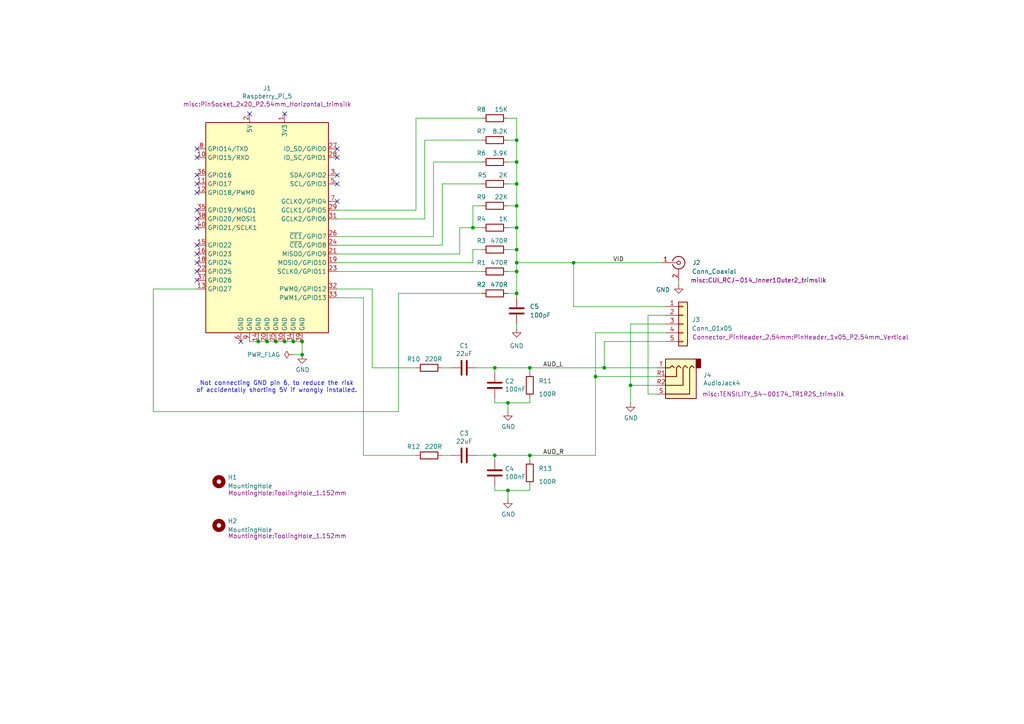
<source format=kicad_sch>
(kicad_sch (version 20250114) (generator "eeschema") (generator_version "9.0")
  (paper "A4")
  (title_block (title "Passive A/V out example circuit for Raspberry Pi 5 series") (date "2025-10-25") (rev "2"))
  (lib_symbols
    (symbol "Connector:Conn_Coaxial" (pin_names (offset 1.016) (hide yes))
      (property "Reference" "J" (at 0.254 3.048 0))
      (property "Value" "Conn_Coaxial" (at 2.921 0 90))
      (symbol "Conn_Coaxial_0_1"
        (polyline (pts (xy -2.54 0) (xy -0.508 0)))
        (arc (start 1.778 0) (mid 0.222 -1.8079) (end -1.778 -0.508) (stroke (width 0.254)))
        (arc (start -1.778 0.508) (mid 0.2221 1.8084) (end 1.778 0) (stroke (width 0.254)))
        (circle (center 0 0) (radius 0.508) (stroke (width 0.2032)))
        (polyline (pts (xy 0 -2.54) (xy 0 -1.778)))
      )
      (symbol "Conn_Coaxial_1_1"
        (pin passive line (at -5.08 0 0) (length 2.54) (name "In") (number "1"))
        (pin passive line (at 0 -5.08 90) (length 2.54) (name "Ext") (number "2"))
      )
    )
    (symbol "Connector_Audio:AudioJack4"
      (property "Reference" "J" (at 0 8.89 0))
      (property "Value" "AudioJack4" (at 0 6.35 0))
      (symbol "AudioJack4_0_1"
        (rectangle (start -6.35 -5.08) (end -7.62 -7.62) (stroke (width 0.254)) (fill (type outline)))
        (polyline (pts (xy -5.715 -5.08) (xy -5.08 -5.715) (xy -4.445 -5.08) (xy -4.445 2.54) (xy 2.54 2.54)) (stroke (width 0.254)))
        (polyline (pts (xy -1.905 -5.08) (xy -1.27 -5.715) (xy -0.635 -5.08) (xy -0.635 -2.54) (xy 2.54 -2.54)) (stroke (width 0.254)))
        (polyline (pts (xy 0 -5.08) (xy 0.635 -5.715) (xy 1.27 -5.08) (xy 2.54 -5.08)) (stroke (width 0.254)))
        (rectangle (start 2.54 3.81) (end -6.35 -7.62) (stroke (width 0.254)) (fill (type background)))
        (polyline (pts (xy 2.54 0) (xy -2.54 0) (xy -2.54 -5.08) (xy -3.175 -5.715) (xy -3.81 -5.08)) (stroke (width 0.254)))
      )
      (symbol "AudioJack4_1_1"
        (pin passive line (at 5.08 2.54 180) (length 2.54) (name "~") (number "S"))
        (pin passive line (at 5.08 0 180) (length 2.54) (name "~") (number "R2"))
        (pin passive line (at 5.08 -2.54 180) (length 2.54) (name "~") (number "R1"))
        (pin passive line (at 5.08 -5.08 180) (length 2.54) (name "~") (number "T"))
      )
    )
    (symbol "Connector_Generic:Conn_01x05" (pin_names (offset 1.016) (hide yes))
      (property "Reference" "J" (at 0 7.62 0))
      (property "Value" "Conn_01x05" (at 0 -7.62 0))
      (symbol "Conn_01x05_1_1"
        (rectangle (start -1.27 6.35) (end 1.27 -6.35) (stroke (width 0.254)) (fill (type background)))
        (rectangle (start -1.27 5.207) (end 0 4.953) (stroke (width 0.1524)))
        (rectangle (start -1.27 2.667) (end 0 2.413) (stroke (width 0.1524)))
        (rectangle (start -1.27 0.127) (end 0 -0.127) (stroke (width 0.1524)))
        (rectangle (start -1.27 -2.413) (end 0 -2.667) (stroke (width 0.1524)))
        (rectangle (start -1.27 -4.953) (end 0 -5.207) (stroke (width 0.1524)))
        (pin passive line (at -5.08 5.08 0) (length 3.81) (name "Pin_1") (number "1"))
        (pin passive line (at -5.08 2.54 0) (length 3.81) (name "Pin_2") (number "2"))
        (pin passive line (at -5.08 0 0) (length 3.81) (name "Pin_3") (number "3"))
        (pin passive line (at -5.08 -2.54 0) (length 3.81) (name "Pin_4") (number "4"))
        (pin passive line (at -5.08 -5.08 0) (length 3.81) (name "Pin_5") (number "5"))
      )
    )
    (symbol "Device:C" (pin_numbers (hide yes)) (pin_names (offset 0.254))
      (property "Reference" "C" (at 0.635 2.54 0))
      (property "Value" "C" (at 0.635 -2.54 0))
      (symbol "C_0_1"
        (polyline (pts (xy -2.032 0.762) (xy 2.032 0.762)) (stroke (width 0.508)))
        (polyline (pts (xy -2.032 -0.762) (xy 2.032 -0.762)) (stroke (width 0.508)))
      )
      (symbol "C_1_1"
        (pin passive line (at 0 3.81 270) (length 2.794) (name "~") (number "1"))
        (pin passive line (at 0 -3.81 90) (length 2.794) (name "~") (number "2"))
      )
    )
    (symbol "Device:R" (pin_numbers (hide yes)) (pin_names (offset 0))
      (property "Reference" "R" (at 2.032 0 90))
      (property "Value" "R" (at 0 0 90))
      (symbol "R_0_1"
        (rectangle (start -1.016 -2.54) (end 1.016 2.54) (stroke (width 0.254)))
      )
      (symbol "R_1_1"
        (pin passive line (at 0 3.81 270) (length 1.27) (name "~") (number "1"))
        (pin passive line (at 0 -3.81 90) (length 1.27) (name "~") (number "2"))
      )
    )
    (symbol "Mechanical:MountingHole" (pin_names (offset 1.016)) (in_bom no)
      (property "Reference" "H" (at 0 5.08 0))
      (property "Value" "MountingHole" (at 0 3.175 0))
      (symbol "MountingHole_0_1"
        (circle (center 0 0) (radius 1.27) (stroke (width 1.27)))
      )
    )
    (symbol "misc:Raspberry_Pi_separateGNDpins"
      (property "Reference" "J1" (at 0 39.9034 0))
      (property "Value" "Raspberry_Pi_5" (at 0 37.592 0))
      (property "Footprint" "misc:PinSocket_2x20_P2.54mm_Horizontal_trimsilk" (at 0 35.2806 0))
      (symbol "Raspberry_Pi_separateGNDpins_0_1"
        (rectangle (start -17.78 30.48) (end 17.78 -30.48) (stroke (width 0.254)) (fill (type background)))
      )
      (symbol "Raspberry_Pi_separateGNDpins_1_1"
        (pin bidirectional line (at -20.32 22.86 0) (length 2.54) (name "GPIO14/TXD") (number "8"))
        (pin bidirectional line (at -20.32 20.32 0) (length 2.54) (name "GPIO15/RXD") (number "10"))
        (pin bidirectional line (at -20.32 15.24 0) (length 2.54) (name "GPIO16") (number "36"))
        (pin bidirectional line (at -20.32 12.7 0) (length 2.54) (name "GPIO17") (number "11"))
        (pin bidirectional line (at -20.32 10.16 0) (length 2.54) (name "GPIO18/PWM0") (number "12"))
        (pin bidirectional line (at -20.32 5.08 0) (length 2.54) (name "GPIO19/MISO1") (number "35"))
        (pin bidirectional line (at -20.32 2.54 0) (length 2.54) (name "GPIO20/MOSI1") (number "38"))
        (pin bidirectional line (at -20.32 0 0) (length 2.54) (name "GPIO21/SCLK1") (number "40"))
        (pin bidirectional line (at -20.32 -5.08 0) (length 2.54) (name "GPIO22") (number "15"))
        (pin bidirectional line (at -20.32 -7.62 0) (length 2.54) (name "GPIO23") (number "16"))
        (pin bidirectional line (at -20.32 -10.16 0) (length 2.54) (name "GPIO24") (number "18"))
        (pin bidirectional line (at -20.32 -12.7 0) (length 2.54) (name "GPIO25") (number "22"))
        (pin bidirectional line (at -20.32 -15.24 0) (length 2.54) (name "GPIO26") (number "37"))
        (pin bidirectional line (at -20.32 -17.78 0) (length 2.54) (name "GPIO27") (number "13"))
        (pin power_in line (at -7.62 -33.02 90) (length 2.54) (name "GND") (number "6"))
        (pin power_in line (at -5.08 33.02 270) (length 2.54) (name "5V") (number "2"))
        (pin passive line (at -5.08 33.02 270) (length 2.54) (hide yes) (name "5V") (number "4"))
        (pin power_in line (at -5.08 -33.02 90) (length 2.54) (name "GND") (number "9"))
        (pin power_in line (at -2.54 -33.02 90) (length 2.54) (name "GND") (number "14"))
        (pin power_in line (at 0 -33.02 90) (length 2.54) (name "GND") (number "20"))
        (pin power_in line (at 2.54 -33.02 90) (length 2.54) (name "GND") (number "25"))
        (pin power_in line (at 5.08 33.02 270) (length 2.54) (name "3V3") (number "1"))
        (pin passive line (at 5.08 33.02 270) (length 2.54) (hide yes) (name "3V3") (number "17"))
        (pin power_in line (at 5.08 -33.02 90) (length 2.54) (name "GND") (number "30"))
        (pin power_in line (at 7.62 -33.02 90) (length 2.54) (name "GND") (number "34"))
        (pin power_in line (at 10.16 -33.02 90) (length 2.54) (name "GND") (number "39"))
        (pin bidirectional line (at 20.32 22.86 180) (length 2.54) (name "ID_SD/GPIO0") (number "27"))
        (pin bidirectional line (at 20.32 20.32 180) (length 2.54) (name "ID_SC/GPIO1") (number "28"))
        (pin bidirectional line (at 20.32 15.24 180) (length 2.54) (name "SDA/GPIO2") (number "3"))
        (pin bidirectional line (at 20.32 12.7 180) (length 2.54) (name "SCL/GPIO3") (number "5"))
        (pin bidirectional line (at 20.32 7.62 180) (length 2.54) (name "GCLK0/GPIO4") (number "7"))
        (pin bidirectional line (at 20.32 5.08 180) (length 2.54) (name "GCLK1/GPIO5") (number "29"))
        (pin bidirectional line (at 20.32 2.54 180) (length 2.54) (name "GCLK2/GPIO6") (number "31"))
        (pin bidirectional line (at 20.32 -2.54 180) (length 2.54) (name "~{CE1}/GPIO7") (number "26"))
        (pin bidirectional line (at 20.32 -5.08 180) (length 2.54) (name "~{CE0}/GPIO8") (number "24"))
        (pin bidirectional line (at 20.32 -7.62 180) (length 2.54) (name "MISO0/GPIO9") (number "21"))
        (pin bidirectional line (at 20.32 -10.16 180) (length 2.54) (name "MOSI0/GPIO10") (number "19"))
        (pin bidirectional line (at 20.32 -12.7 180) (length 2.54) (name "SCLK0/GPIO11") (number "23"))
        (pin bidirectional line (at 20.32 -17.78 180) (length 2.54) (name "PWM0/GPIO12") (number "32"))
        (pin bidirectional line (at 20.32 -20.32 180) (length 2.54) (name "PWM1/GPIO13") (number "33"))
      )
    )
    (symbol "power:GND" (power) (pin_numbers (hide yes)) (pin_names (offset 0) (hide yes))
      (property "Value" "GND" (at 0 -3.81 0))
      (symbol "GND_0_1"
        (polyline (pts (xy 0 0) (xy 0 -1.27) (xy 1.27 -1.27) (xy 0 -2.54) (xy -1.27 -1.27) (xy 0 -1.27)))
      )
      (symbol "GND_1_1"
        (pin power_in line (at 0 0 270) (length 0) (name "~") (number "1"))
      )
    )
    (symbol "power:PWR_FLAG" (power) (pin_numbers (hide yes)) (pin_names (offset 0) (hide yes))
      (property "Value" "PWR_FLAG" (at 0 3.81 0))
      (symbol "PWR_FLAG_0_0"
        (pin power_out line (at 0 0 90) (length 0) (name "~") (number "1"))
      )
      (symbol "PWR_FLAG_0_1"
        (polyline (pts (xy 0 0) (xy 0 1.27) (xy -1.016 1.905) (xy 0 2.54) (xy 1.016 1.905) (xy 0 1.27)))
      )
    )
  )
  (text "Not connecting GND pin 6, to reduce the risk\nof accidentally shorting 5V if wrongly installed." (at 80.264 112.268 0) (effects (font (size 1.27 1.27))))
  (junction (at 147.32 116.84))
  (junction (at 149.86 66.04))
  (junction (at 85.09 99.06))
  (junction (at 137.16 66.04))
  (junction (at 166.37 76.2))
  (junction (at 153.67 132.08))
  (junction (at 172.72 109.22))
  (junction (at 149.86 59.69))
  (junction (at 153.67 106.68))
  (junction (at 149.86 53.34))
  (junction (at 149.86 85.09))
  (junction (at 87.63 102.87))
  (junction (at 149.86 40.64))
  (junction (at 74.93 99.06))
  (junction (at 149.86 76.2))
  (junction (at 143.51 132.08))
  (junction (at 77.47 99.06))
  (junction (at 182.88 111.76))
  (junction (at 149.86 46.99))
  (junction (at 80.01 99.06))
  (junction (at 82.55 99.06))
  (junction (at 149.86 72.39))
  (junction (at 147.32 142.24))
  (junction (at 143.51 106.68))
  (junction (at 87.63 99.06))
  (junction (at 149.86 78.74))
  (junction (at 175.26 106.68))
  (no_connect (at 97.79 50.8))
  (no_connect (at 57.15 73.66))
  (no_connect (at 57.15 63.5))
  (no_connect (at 97.79 58.42))
  (no_connect (at 57.15 78.74))
  (no_connect (at 57.15 45.72))
  (no_connect (at 97.79 53.34))
  (no_connect (at 57.15 76.2))
  (no_connect (at 57.15 81.28))
  (no_connect (at 57.15 55.88))
  (no_connect (at 97.79 45.72))
  (no_connect (at 57.15 50.8))
  (no_connect (at 82.55 33.02))
  (no_connect (at 57.15 53.34))
  (no_connect (at 97.79 43.18))
  (no_connect (at 69.85 99.06))
  (no_connect (at 57.15 43.18))
  (no_connect (at 57.15 71.12))
  (no_connect (at 57.15 66.04))
  (no_connect (at 57.15 60.96))
  (no_connect (at 72.39 33.02))
  (wire (pts (xy 147.32 66.04) (xy 149.86 66.04)))
  (wire (pts (xy 153.67 132.08) (xy 172.72 132.08)))
  (wire (pts (xy 149.86 59.69) (xy 149.86 66.04)))
  (wire (pts (xy 120.65 34.29) (xy 139.7 34.29)))
  (wire (pts (xy 172.72 109.22) (xy 190.5 109.22)))
  (wire (pts (xy 80.01 99.06) (xy 77.47 99.06)))
  (wire (pts (xy 107.95 106.68) (xy 120.65 106.68)))
  (wire (pts (xy 153.67 132.08) (xy 153.67 133.35)))
  (wire (pts (xy 123.19 63.5) (xy 123.19 40.64)))
  (wire (pts (xy 175.26 106.68) (xy 190.5 106.68)))
  (wire (pts (xy 149.86 66.04) (xy 149.86 72.39)))
  (wire (pts (xy 82.55 99.06) (xy 80.01 99.06)))
  (wire (pts (xy 153.67 142.24) (xy 153.67 140.97)))
  (wire (pts (xy 143.51 106.68) (xy 153.67 106.68)))
  (wire (pts (xy 82.55 99.06) (xy 85.09 99.06)))
  (wire (pts (xy 147.32 142.24) (xy 147.32 144.78)))
  (wire (pts (xy 133.35 66.04) (xy 137.16 66.04)))
  (wire (pts (xy 187.96 91.44) (xy 193.04 91.44)))
  (wire (pts (xy 147.32 53.34) (xy 149.86 53.34)))
  (wire (pts (xy 172.72 109.22) (xy 172.72 132.08)))
  (wire (pts (xy 187.96 114.3) (xy 187.96 91.44)))
  (wire (pts (xy 143.51 142.24) (xy 147.32 142.24)))
  (wire (pts (xy 149.86 76.2) (xy 166.37 76.2)))
  (wire (pts (xy 175.26 99.06) (xy 175.26 106.68)))
  (wire (pts (xy 182.88 111.76) (xy 190.5 111.76)))
  (wire (pts (xy 125.73 46.99) (xy 139.7 46.99)))
  (wire (pts (xy 147.32 116.84) (xy 153.67 116.84)))
  (wire (pts (xy 166.37 76.2) (xy 191.77 76.2)))
  (wire (pts (xy 147.32 72.39) (xy 149.86 72.39)))
  (wire (pts (xy 138.43 132.08) (xy 143.51 132.08)))
  (wire (pts (xy 120.65 60.96) (xy 120.65 34.29)))
  (wire (pts (xy 143.51 132.08) (xy 153.67 132.08)))
  (wire (pts (xy 123.19 40.64) (xy 139.7 40.64)))
  (wire (pts (xy 72.39 99.06) (xy 74.93 99.06)))
  (wire (pts (xy 149.86 78.74) (xy 149.86 85.09)))
  (wire (pts (xy 97.79 60.96) (xy 120.65 60.96)))
  (wire (pts (xy 97.79 78.74) (xy 139.7 78.74)))
  (wire (pts (xy 172.72 96.52) (xy 172.72 109.22)))
  (wire (pts (xy 44.45 83.82) (xy 57.15 83.82)))
  (wire (pts (xy 137.16 59.69) (xy 137.16 66.04)))
  (wire (pts (xy 147.32 59.69) (xy 149.86 59.69)))
  (wire (pts (xy 139.7 66.04) (xy 137.16 66.04)))
  (wire (pts (xy 147.32 85.09) (xy 149.86 85.09)))
  (wire (pts (xy 153.67 106.68) (xy 175.26 106.68)))
  (wire (pts (xy 128.27 71.12) (xy 128.27 53.34)))
  (wire (pts (xy 137.16 72.39) (xy 137.16 76.2)))
  (wire (pts (xy 149.86 76.2) (xy 149.86 78.74)))
  (wire (pts (xy 97.79 76.2) (xy 137.16 76.2)))
  (wire (pts (xy 149.86 53.34) (xy 149.86 59.69)))
  (wire (pts (xy 193.04 88.9) (xy 166.37 88.9)))
  (wire (pts (xy 143.51 132.08) (xy 143.51 133.35)))
  (wire (pts (xy 153.67 116.84) (xy 153.67 115.57)))
  (wire (pts (xy 97.79 86.36) (xy 105.41 86.36)))
  (wire (pts (xy 193.04 96.52) (xy 172.72 96.52)))
  (wire (pts (xy 196.85 81.28) (xy 196.85 82.55)))
  (wire (pts (xy 97.79 63.5) (xy 123.19 63.5)))
  (wire (pts (xy 143.51 140.97) (xy 143.51 142.24)))
  (wire (pts (xy 147.32 46.99) (xy 149.86 46.99)))
  (wire (pts (xy 143.51 116.84) (xy 147.32 116.84)))
  (wire (pts (xy 128.27 106.68) (xy 130.81 106.68)))
  (wire (pts (xy 105.41 132.08) (xy 120.65 132.08)))
  (wire (pts (xy 74.93 99.06) (xy 77.47 99.06)))
  (wire (pts (xy 149.86 93.98) (xy 149.86 95.25)))
  (wire (pts (xy 147.32 34.29) (xy 149.86 34.29)))
  (wire (pts (xy 97.79 71.12) (xy 128.27 71.12)))
  (wire (pts (xy 97.79 83.82) (xy 107.95 83.82)))
  (wire (pts (xy 133.35 73.66) (xy 133.35 66.04)))
  (wire (pts (xy 149.86 34.29) (xy 149.86 40.64)))
  (wire (pts (xy 97.79 68.58) (xy 125.73 68.58)))
  (wire (pts (xy 182.88 111.76) (xy 182.88 116.84)))
  (wire (pts (xy 182.88 93.98) (xy 182.88 111.76)))
  (wire (pts (xy 149.86 40.64) (xy 149.86 46.99)))
  (wire (pts (xy 87.63 102.87) (xy 85.09 102.87)))
  (wire (pts (xy 128.27 53.34) (xy 139.7 53.34)))
  (wire (pts (xy 139.7 72.39) (xy 137.16 72.39)))
  (wire (pts (xy 187.96 114.3) (xy 190.5 114.3)))
  (wire (pts (xy 147.32 116.84) (xy 147.32 119.38)))
  (wire (pts (xy 105.41 86.36) (xy 105.41 132.08)))
  (wire (pts (xy 87.63 99.06) (xy 87.63 102.87)))
  (wire (pts (xy 149.86 78.74) (xy 147.32 78.74)))
  (wire (pts (xy 182.88 93.98) (xy 193.04 93.98)))
  (wire (pts (xy 149.86 72.39) (xy 149.86 76.2)))
  (wire (pts (xy 85.09 99.06) (xy 87.63 99.06)))
  (wire (pts (xy 125.73 68.58) (xy 125.73 46.99)))
  (wire (pts (xy 166.37 88.9) (xy 166.37 76.2)))
  (wire (pts (xy 149.86 85.09) (xy 149.86 86.36)))
  (wire (pts (xy 97.79 73.66) (xy 133.35 73.66)))
  (wire (pts (xy 149.86 46.99) (xy 149.86 53.34)))
  (wire (pts (xy 138.43 106.68) (xy 143.51 106.68)))
  (wire (pts (xy 153.67 106.68) (xy 153.67 107.95)))
  (wire (pts (xy 143.51 115.57) (xy 143.51 116.84)))
  (wire (pts (xy 115.57 85.09) (xy 139.7 85.09)))
  (wire (pts (xy 44.45 119.38) (xy 44.45 83.82)))
  (wire (pts (xy 147.32 40.64) (xy 149.86 40.64)))
  (wire (pts (xy 137.16 59.69) (xy 139.7 59.69)))
  (wire (pts (xy 193.04 99.06) (xy 175.26 99.06)))
  (wire (pts (xy 115.57 119.38) (xy 44.45 119.38)))
  (wire (pts (xy 115.57 85.09) (xy 115.57 119.38)))
  (wire (pts (xy 107.95 83.82) (xy 107.95 106.68)))
  (wire (pts (xy 143.51 106.68) (xy 143.51 107.95)))
  (wire (pts (xy 147.32 142.24) (xy 153.67 142.24)))
  (wire (pts (xy 128.27 132.08) (xy 130.81 132.08)))
  (label "VID" (at 177.8 76.2 0))
  (label "AUD_R" (at 157.48 132.08 0))
  (label "AUD_L" (at 157.48 106.68 0))
  (symbol (lib_id "misc:Raspberry_Pi_separateGNDpins") (at 77.47 66.04 0) (unit 1) (in_bom no)
    (property "Reference" "J1" (at 77.47 25.6032 0))
    (property "Value" "Raspberry_Pi_5" (at 77.47 27.9146 0))
    (property "Footprint" "misc:PinSocket_2x20_P2.54mm_Horizontal_trimsilk" (at 77.47 30.226 0))
    (property "Datasheet" "https://www.raspberrypi.org/documentation/hardware/raspberrypi/schematics/rpi_SCH_3bplus_1p0_reduced.pdf" (effects (hide yes)))
    (property "Description" "expansion header for Raspberry Pi 2 & 3" (effects (hide yes)))
  )
  (symbol (lib_id "Device:R") (at 143.51 34.29 90) (unit 1)
    (property "Reference" "R8" (at 140.97 31.75 90) (effects (justify left)))
    (property "Value" "15K" (at 147.32 31.75 90) (effects (justify left)))
    (property "Footprint" "Resistor_SMD:R_0805_2012Metric_Pad1.20x1.40mm_HandSolder" (effects (hide yes)))
    (property "Description" "Resistor" (effects (hide yes)))
    (property "LCSC" "C17475" (effects (hide yes)))
  )
  (symbol (lib_id "power:GND") (at 87.63 102.87 0) (unit 1)
    (property "Reference" "#PWR0101" (effects (hide yes)))
    (property "Value" "GND" (at 87.757 107.2642 0))
    (property "Description" "Power symbol creates a global label with name \"GND\" , ground" (effects (hide yes)))
  )
  (symbol (lib_id "Device:R") (at 143.51 40.64 90) (unit 1)
    (property "Reference" "R7" (at 140.97 38.1 90) (effects (justify left)))
    (property "Value" "8.2K" (at 147.32 38.1 90) (effects (justify left)))
    (property "Footprint" "Resistor_SMD:R_0805_2012Metric_Pad1.20x1.40mm_HandSolder" (effects (hide yes)))
    (property "Description" "Resistor" (effects (hide yes)))
    (property "LCSC" "C17828" (effects (hide yes)))
  )
  (symbol (lib_id "Device:R") (at 143.51 46.99 90) (unit 1)
    (property "Reference" "R6" (at 140.97 44.45 90) (effects (justify left)))
    (property "Value" "3.9K" (at 147.32 44.45 90) (effects (justify left)))
    (property "Footprint" "Resistor_SMD:R_0805_2012Metric_Pad1.20x1.40mm_HandSolder" (effects (hide yes)))
    (property "Description" "Resistor" (effects (hide yes)))
    (property "LCSC" "C17614" (effects (hide yes)))
  )
  (symbol (lib_id "Device:R") (at 143.51 53.34 90) (unit 1)
    (property "Reference" "R5" (at 141.224 50.8 90) (effects (justify left)))
    (property "Value" "2K" (at 147.32 50.8 90) (effects (justify left)))
    (property "Footprint" "Resistor_SMD:R_0805_2012Metric_Pad1.20x1.40mm_HandSolder" (effects (hide yes)))
    (property "Description" "Resistor" (effects (hide yes)))
    (property "LCSC" "C17604" (effects (hide yes)))
  )
  (symbol (lib_id "Device:R") (at 143.51 59.69 90) (unit 1)
    (property "Reference" "R9" (at 140.97 57.15 90) (effects (justify left)))
    (property "Value" "22K" (at 147.32 57.15 90) (effects (justify left)))
    (property "Footprint" "Resistor_SMD:R_0805_2012Metric_Pad1.20x1.40mm_HandSolder" (effects (hide yes)))
    (property "Description" "Resistor" (effects (hide yes)))
    (property "LCSC" "C17560" (effects (hide yes)))
  )
  (symbol (lib_id "Device:R") (at 143.51 66.04 90) (unit 1)
    (property "Reference" "R4" (at 140.97 63.5 90) (effects (justify left)))
    (property "Value" "1K" (at 147.32 63.5 90) (effects (justify left)))
    (property "Footprint" "Resistor_SMD:R_0805_2012Metric_Pad1.20x1.40mm_HandSolder" (effects (hide yes)))
    (property "Description" "Resistor" (effects (hide yes)))
    (property "LCSC" "C17513" (effects (hide yes)))
  )
  (symbol (lib_id "Device:R") (at 143.51 72.39 90) (unit 1)
    (property "Reference" "R3" (at 140.97 69.85 90) (effects (justify left)))
    (property "Value" "470R" (at 147.32 69.85 90) (effects (justify left)))
    (property "Footprint" "Resistor_SMD:R_0805_2012Metric_Pad1.20x1.40mm_HandSolder" (effects (hide yes)))
    (property "Description" "Resistor" (effects (hide yes)))
    (property "LCSC" "C17710" (effects (hide yes)))
  )
  (symbol (lib_id "Device:R") (at 143.51 78.74 90) (unit 1)
    (property "Reference" "R1" (at 140.97 76.2 90) (effects (justify left)))
    (property "Value" "470R" (at 147.32 76.2 90) (effects (justify left)))
    (property "Footprint" "Resistor_SMD:R_0805_2012Metric_Pad1.20x1.40mm_HandSolder" (effects (hide yes)))
    (property "Description" "Resistor" (effects (hide yes)))
    (property "LCSC" "C17710" (effects (hide yes)))
  )
  (symbol (lib_id "Device:C") (at 134.62 106.68 90) (unit 1)
    (property "Reference" "C1" (at 134.62 100.2792 90))
    (property "Value" "22uF" (at 134.62 102.5906 90))
    (property "Footprint" "Capacitor_SMD:C_1206_3216Metric_Pad1.33x1.80mm_HandSolder" (effects (hide yes)))
    (property "Description" "Unpolarized capacitor" (effects (hide yes)))
    (property "LCSC" "C12891" (effects (hide yes)))
  )
  (symbol (lib_id "Device:C") (at 143.51 111.76 0) (unit 1)
    (property "Reference" "C2" (at 146.431 110.5916 0) (effects (justify left)))
    (property "Value" "100nF" (at 146.431 112.903 0) (effects (justify left)))
    (property "Footprint" "Capacitor_SMD:C_0805_2012Metric_Pad1.18x1.45mm_HandSolder" (effects (hide yes)))
    (property "Description" "Unpolarized capacitor" (effects (hide yes)))
    (property "LCSC" "C49678" (effects (hide yes)))
  )
  (symbol (lib_id "Device:R") (at 124.46 106.68 90) (unit 1)
    (property "Reference" "R10" (at 121.92 104.14 90) (effects (justify left)))
    (property "Value" "220R" (at 128.27 104.14 90) (effects (justify left)))
    (property "Footprint" "Resistor_SMD:R_0805_2012Metric_Pad1.20x1.40mm_HandSolder" (effects (hide yes)))
    (property "Description" "Resistor" (effects (hide yes)))
    (property "LCSC" "C17557" (effects (hide yes)))
  )
  (symbol (lib_id "Device:R") (at 153.67 111.76 0) (unit 1)
    (property "Reference" "R11" (at 156.21 110.49 0) (effects (justify left)))
    (property "Value" "100R" (at 156.21 114.3 0) (effects (justify left)))
    (property "Footprint" "Resistor_SMD:R_0805_2012Metric_Pad1.20x1.40mm_HandSolder" (effects (hide yes)))
    (property "Description" "Resistor" (effects (hide yes)))
    (property "LCSC" "C17408" (effects (hide yes)))
  )
  (symbol (lib_id "power:GND") (at 147.32 119.38 0) (unit 1)
    (property "Reference" "#PWR0102" (effects (hide yes)))
    (property "Value" "GND" (at 147.447 123.7742 0))
    (property "Description" "Power symbol creates a global label with name \"GND\" , ground" (effects (hide yes)))
  )
  (symbol (lib_id "Device:C") (at 134.62 132.08 90) (unit 1)
    (property "Reference" "C3" (at 134.62 125.6792 90))
    (property "Value" "22uF" (at 134.62 127.9906 90))
    (property "Footprint" "Capacitor_SMD:C_1206_3216Metric_Pad1.33x1.80mm_HandSolder" (effects (hide yes)))
    (property "Description" "Unpolarized capacitor" (effects (hide yes)))
    (property "LCSC" "C12891" (effects (hide yes)))
  )
  (symbol (lib_id "Device:R") (at 153.67 137.16 0) (unit 1)
    (property "Reference" "R13" (at 156.21 135.89 0) (effects (justify left)))
    (property "Value" "100R" (at 156.21 139.7 0) (effects (justify left)))
    (property "Footprint" "Resistor_SMD:R_0805_2012Metric_Pad1.20x1.40mm_HandSolder" (effects (hide yes)))
    (property "Description" "Resistor" (effects (hide yes)))
    (property "LCSC" "C17408" (effects (hide yes)))
  )
  (symbol (lib_id "Device:R") (at 124.46 132.08 90) (unit 1)
    (property "Reference" "R12" (at 121.92 129.54 90) (effects (justify left)))
    (property "Value" "220R" (at 128.27 129.54 90) (effects (justify left)))
    (property "Footprint" "Resistor_SMD:R_0805_2012Metric_Pad1.20x1.40mm_HandSolder" (effects (hide yes)))
    (property "Description" "Resistor" (effects (hide yes)))
    (property "LCSC" "C17557" (effects (hide yes)))
  )
  (symbol (lib_id "Device:C") (at 143.51 137.16 0) (unit 1)
    (property "Reference" "C4" (at 146.431 135.9916 0) (effects (justify left)))
    (property "Value" "100nF" (at 146.431 138.303 0) (effects (justify left)))
    (property "Footprint" "Capacitor_SMD:C_0805_2012Metric_Pad1.18x1.45mm_HandSolder" (effects (hide yes)))
    (property "Description" "Unpolarized capacitor" (effects (hide yes)))
    (property "LCSC" "C49678" (effects (hide yes)))
  )
  (symbol (lib_id "power:GND") (at 147.32 144.78 0) (unit 1)
    (property "Reference" "#PWR0103" (effects (hide yes)))
    (property "Value" "GND" (at 147.447 149.1742 0))
    (property "Description" "Power symbol creates a global label with name \"GND\" , ground" (effects (hide yes)))
  )
  (symbol (lib_id "Connector_Audio:AudioJack4") (at 195.58 111.76 180) (unit 1) (in_bom no)
    (property "Reference" "J4" (at 203.962 108.7882 0) (effects (justify right)))
    (property "Value" "AudioJack4" (at 203.962 111.0996 0) (effects (justify right)))
    (property "Footprint" "misc:TENSILITY_54-00174_TR1R2S_trimsilk" (at 224.282 114.3 0))
    (property "Description" "Audio Jack, 4 Poles (TRRS)" (effects (hide yes)))
  )
  (symbol (lib_id "power:GND") (at 182.88 116.84 0) (unit 1)
    (property "Reference" "#PWR0104" (effects (hide yes)))
    (property "Value" "GND" (at 183.007 121.2342 0))
    (property "Description" "Power symbol creates a global label with name \"GND\" , ground" (effects (hide yes)))
  )
  (symbol (lib_id "Connector:Conn_Coaxial") (at 196.85 76.2 0) (unit 1) (in_bom no)
    (property "Reference" "J2" (at 203.2 76.2 0) (effects (justify right)))
    (property "Value" "Conn_Coaxial" (at 213.614 78.74 0) (effects (justify right)))
    (property "Footprint" "misc:CUI_RCJ-014_Inner1Outer2_trimsilk" (at 219.964 81.28 0))
    (property "Description" "coaxial connector (BNC, SMA, SMB, SMC, Cinch/RCA, LEMO, ...)" (effects (hide yes)))
    (property "STANDARD" "Manufacturer recommendations" (effects (hide yes)))
    (property "PART_REV" "B" (effects (hide yes)))
    (property "MANUFACTURER" "CUI Inc" (effects (hide yes)))
  )
  (symbol (lib_id "power:GND") (at 196.85 82.55 0) (unit 1)
    (property "Reference" "#PWR0105" (effects (hide yes)))
    (property "Value" "GND" (at 192.278 84.074 0))
    (property "Description" "Power symbol creates a global label with name \"GND\" , ground" (effects (hide yes)))
  )
  (symbol (lib_id "Mechanical:MountingHole") (at 63.5 152.4 0) (unit 1) (in_bom no)
    (property "Reference" "H2" (at 66.04 151.1299 0) (effects (justify left)))
    (property "Value" "MountingHole" (at 66.04 153.6699 0) (effects (justify left)))
    (property "Footprint" "MountingHole:ToolingHole_1.152mm" (at 83.312 155.448 0))
    (property "Description" "Mounting Hole without connection" (effects (hide yes)))
  )
  (symbol (lib_id "Connector_Generic:Conn_01x05") (at 198.12 93.98 0) (unit 1) (in_bom no)
    (property "Reference" "J3" (at 200.66 92.7099 0) (effects (justify left)))
    (property "Value" "Conn_01x05" (at 200.66 95.2499 0) (effects (justify left)))
    (property "Footprint" "Connector_PinHeader_2.54mm:PinHeader_1x05_P2.54mm_Vertical" (at 232.156 97.79 0))
    (property "Description" "Generic connector, single row, 01x05, script generated (kicad-library-utils/schlib/autogen/connector/)" (effects (hide yes)))
  )
  (symbol (lib_id "Mechanical:MountingHole") (at 63.5 139.7 0) (unit 1) (in_bom no)
    (property "Reference" "H1" (at 66.04 138.4299 0) (effects (justify left)))
    (property "Value" "MountingHole" (at 66.04 140.9699 0) (effects (justify left)))
    (property "Footprint" "MountingHole:ToolingHole_1.152mm" (at 83.312 143.002 0))
    (property "Description" "Mounting Hole without connection" (effects (hide yes)))
  )
  (symbol (lib_id "power:PWR_FLAG") (at 85.09 102.87 90) (unit 1)
    (property "Reference" "#FLG01" (effects (hide yes)))
    (property "Value" "PWR_FLAG" (at 81.28 102.8699 90) (effects (justify left)))
    (property "Description" "Special symbol for telling ERC where power comes from" (effects (hide yes)))
  )
  (symbol (lib_id "Device:C") (at 149.86 90.17 0) (unit 1)
    (property "Reference" "C5" (at 153.67 88.8999 0) (effects (justify left)))
    (property "Value" "100pF" (at 153.67 91.4399 0) (effects (justify left)))
    (property "Footprint" "Capacitor_SMD:C_0805_2012Metric_Pad1.18x1.45mm_HandSolder" (effects (hide yes)))
    (property "Description" "Unpolarized capacitor" (effects (hide yes)))
    (property "LCSC" "C1790" (effects (hide yes)))
  )
  (symbol (lib_id "Device:R") (at 143.51 85.09 90) (unit 1)
    (property "Reference" "R2" (at 140.97 82.55 90) (effects (justify left)))
    (property "Value" "470R" (at 147.32 82.55 90) (effects (justify left)))
    (property "Footprint" "Resistor_SMD:R_0805_2012Metric_Pad1.20x1.40mm_HandSolder" (effects (hide yes)))
    (property "Description" "Resistor" (effects (hide yes)))
    (property "LCSC" "C17710" (effects (hide yes)))
  )
  (symbol (lib_id "power:GND") (at 149.86 95.25 0) (unit 1)
    (property "Reference" "#PWR01" (effects (hide yes)))
    (property "Value" "GND" (at 149.86 100.33 0))
    (property "Description" "Power symbol creates a global label with name \"GND\" , ground" (effects (hide yes)))
  )
)
</source>
